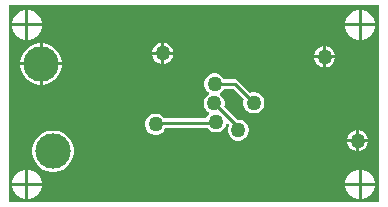
<source format=gbl>
G04*
G04 #@! TF.GenerationSoftware,Altium Limited,Altium Designer,21.5.1 (32)*
G04*
G04 Layer_Physical_Order=2*
G04 Layer_Color=16711680*
%FSLAX25Y25*%
%MOIN*%
G70*
G04*
G04 #@! TF.SameCoordinates,27B40785-D3C1-427D-BBF8-63A11A4F9794*
G04*
G04*
G04 #@! TF.FilePolarity,Positive*
G04*
G01*
G75*
%ADD14C,0.01000*%
%ADD28C,0.11811*%
%ADD29C,0.05000*%
G36*
X228346Y112205D02*
X105118D01*
Y177953D01*
X228346D01*
Y112205D01*
D02*
G37*
%LPC*%
G36*
X222697Y176197D02*
X222547D01*
Y171760D01*
X226984D01*
Y171910D01*
X226648Y173166D01*
X225998Y174291D01*
X225079Y175210D01*
X223953Y175860D01*
X222697Y176197D01*
D02*
G37*
G36*
X221547D02*
X221397D01*
X220142Y175860D01*
X219016Y175210D01*
X218097Y174291D01*
X217447Y173166D01*
X217110Y171910D01*
Y171760D01*
X221547D01*
Y176197D01*
D02*
G37*
G36*
X111674D02*
X111524D01*
Y171760D01*
X115961D01*
Y171910D01*
X115624Y173166D01*
X114974Y174291D01*
X114055Y175210D01*
X112929Y175860D01*
X111674Y176197D01*
D02*
G37*
G36*
X110524D02*
X110374D01*
X109118Y175860D01*
X107992Y175210D01*
X107073Y174291D01*
X106423Y173166D01*
X106087Y171910D01*
Y171760D01*
X110524D01*
Y176197D01*
D02*
G37*
G36*
X226984Y170760D02*
X222547D01*
Y166323D01*
X222697D01*
X223953Y166659D01*
X225079Y167309D01*
X225998Y168228D01*
X226648Y169354D01*
X226984Y170610D01*
Y170760D01*
D02*
G37*
G36*
X221547D02*
X217110D01*
Y170610D01*
X217447Y169354D01*
X218097Y168228D01*
X219016Y167309D01*
X220142Y166659D01*
X221397Y166323D01*
X221547D01*
Y170760D01*
D02*
G37*
G36*
X115961D02*
X111524D01*
Y166323D01*
X111674D01*
X112929Y166659D01*
X114055Y167309D01*
X114974Y168228D01*
X115624Y169354D01*
X115961Y170610D01*
Y170760D01*
D02*
G37*
G36*
X110524D02*
X106087D01*
Y170610D01*
X106423Y169354D01*
X107073Y168228D01*
X107992Y167309D01*
X109118Y166659D01*
X110374Y166323D01*
X110524D01*
Y170760D01*
D02*
G37*
G36*
X156799Y165301D02*
Y162311D01*
X159789D01*
X159561Y163162D01*
X159100Y163960D01*
X158448Y164612D01*
X157650Y165073D01*
X156799Y165301D01*
D02*
G37*
G36*
X155799D02*
X154948Y165073D01*
X154150Y164612D01*
X153498Y163960D01*
X153038Y163162D01*
X152810Y162311D01*
X155799D01*
Y165301D01*
D02*
G37*
G36*
X210736Y164119D02*
Y161130D01*
X213726D01*
X213498Y161981D01*
X213037Y162779D01*
X212385Y163431D01*
X211587Y163891D01*
X210736Y164119D01*
D02*
G37*
G36*
X209736D02*
X208885Y163891D01*
X208087Y163431D01*
X207435Y162779D01*
X206975Y161981D01*
X206747Y161130D01*
X209736D01*
Y164119D01*
D02*
G37*
G36*
X116428Y165173D02*
X116248D01*
Y158768D01*
X122653D01*
Y158948D01*
X122388Y160282D01*
X121868Y161539D01*
X121112Y162670D01*
X120150Y163632D01*
X119019Y164387D01*
X117762Y164908D01*
X116428Y165173D01*
D02*
G37*
G36*
X115248D02*
X115068D01*
X113734Y164908D01*
X112477Y164387D01*
X111346Y163632D01*
X110384Y162670D01*
X109628Y161539D01*
X109108Y160282D01*
X108843Y158948D01*
Y158768D01*
X115248D01*
Y165173D01*
D02*
G37*
G36*
X159789Y161311D02*
X156799D01*
Y158321D01*
X157650Y158549D01*
X158448Y159010D01*
X159100Y159662D01*
X159561Y160460D01*
X159789Y161311D01*
D02*
G37*
G36*
X155799D02*
X152810D01*
X153038Y160460D01*
X153498Y159662D01*
X154150Y159010D01*
X154948Y158549D01*
X155799Y158321D01*
Y161311D01*
D02*
G37*
G36*
X213726Y160130D02*
X210736D01*
Y157140D01*
X211587Y157368D01*
X212385Y157829D01*
X213037Y158481D01*
X213498Y159279D01*
X213726Y160130D01*
D02*
G37*
G36*
X209736D02*
X206747D01*
X206975Y159279D01*
X207435Y158481D01*
X208087Y157829D01*
X208885Y157368D01*
X209736Y157140D01*
Y160130D01*
D02*
G37*
G36*
X122653Y157768D02*
X116248D01*
Y151362D01*
X116428D01*
X117762Y151628D01*
X119019Y152148D01*
X120150Y152904D01*
X121112Y153866D01*
X121868Y154997D01*
X122388Y156254D01*
X122653Y157588D01*
Y157768D01*
D02*
G37*
G36*
X115248D02*
X108843D01*
Y157588D01*
X109108Y156254D01*
X109628Y154997D01*
X110384Y153866D01*
X111346Y152904D01*
X112477Y152148D01*
X113734Y151628D01*
X115068Y151362D01*
X115248D01*
Y157768D01*
D02*
G37*
G36*
X174083Y155075D02*
X173161D01*
X172271Y154836D01*
X171473Y154376D01*
X170821Y153724D01*
X170361Y152926D01*
X170122Y152036D01*
Y151114D01*
X170361Y150224D01*
X170821Y149426D01*
X171473Y148774D01*
X171541Y148735D01*
Y148158D01*
X171230Y147979D01*
X170579Y147327D01*
X170118Y146529D01*
X169879Y145639D01*
Y144717D01*
X170118Y143827D01*
X170579Y143029D01*
X171230Y142377D01*
X171587Y142171D01*
X171598Y142156D01*
X171648Y141559D01*
X171215Y141125D01*
X170754Y140327D01*
X170697Y140112D01*
X156868D01*
X156738Y140338D01*
X156086Y140990D01*
X155288Y141451D01*
X154398Y141689D01*
X153476D01*
X152586Y141451D01*
X151788Y140990D01*
X151136Y140338D01*
X150675Y139540D01*
X150437Y138650D01*
Y137728D01*
X150675Y136838D01*
X151136Y136040D01*
X151788Y135388D01*
X152586Y134927D01*
X153476Y134689D01*
X154398D01*
X155288Y134927D01*
X156086Y135388D01*
X156738Y136040D01*
X157199Y136838D01*
X157256Y137053D01*
X171085D01*
X171215Y136827D01*
X171867Y136176D01*
X172665Y135715D01*
X173555Y135476D01*
X174477D01*
X175367Y135715D01*
X176165Y136176D01*
X176816Y136827D01*
X177277Y137625D01*
X177462Y138317D01*
X177983Y138503D01*
X178483Y138003D01*
X178235Y137571D01*
X177996Y136681D01*
Y135760D01*
X178235Y134870D01*
X178695Y134071D01*
X179347Y133420D01*
X180145Y132959D01*
X181035Y132720D01*
X181957D01*
X182847Y132959D01*
X183645Y133420D01*
X184297Y134071D01*
X184757Y134870D01*
X184996Y135760D01*
Y136681D01*
X184757Y137571D01*
X184297Y138370D01*
X183645Y139021D01*
X182847Y139482D01*
X181957Y139720D01*
X181091D01*
X176714Y144098D01*
X176879Y144717D01*
Y145639D01*
X176641Y146529D01*
X176180Y147327D01*
X175528Y147979D01*
X175461Y148018D01*
Y148595D01*
X175771Y148774D01*
X176423Y149426D01*
X176780Y150045D01*
X179682D01*
X183299Y146428D01*
X183114Y145736D01*
Y144815D01*
X183353Y143925D01*
X183814Y143126D01*
X184465Y142475D01*
X185263Y142014D01*
X186153Y141776D01*
X187075D01*
X187965Y142014D01*
X188763Y142475D01*
X189415Y143126D01*
X189876Y143925D01*
X190114Y144815D01*
Y145736D01*
X189876Y146626D01*
X189415Y147425D01*
X188763Y148076D01*
X187965Y148537D01*
X187075Y148776D01*
X186153D01*
X185462Y148590D01*
X181396Y152656D01*
X180900Y152988D01*
X180315Y153104D01*
X176780D01*
X176423Y153724D01*
X175771Y154376D01*
X174973Y154836D01*
X174083Y155075D01*
D02*
G37*
G36*
X221760Y136167D02*
Y133177D01*
X224749D01*
X224521Y134028D01*
X224061Y134826D01*
X223409Y135478D01*
X222611Y135939D01*
X221760Y136167D01*
D02*
G37*
G36*
X220760D02*
X219909Y135939D01*
X219111Y135478D01*
X218459Y134826D01*
X217998Y134028D01*
X217770Y133177D01*
X220760D01*
Y136167D01*
D02*
G37*
G36*
X224749Y132177D02*
X221760D01*
Y129188D01*
X222611Y129416D01*
X223409Y129876D01*
X224061Y130528D01*
X224521Y131326D01*
X224749Y132177D01*
D02*
G37*
G36*
X220760D02*
X217770D01*
X217998Y131326D01*
X218459Y130528D01*
X219111Y129876D01*
X219909Y129416D01*
X220760Y129188D01*
Y132177D01*
D02*
G37*
G36*
X120365Y136039D02*
X119005D01*
X117671Y135774D01*
X116414Y135253D01*
X115283Y134498D01*
X114321Y133536D01*
X113566Y132405D01*
X113045Y131148D01*
X112779Y129814D01*
Y128454D01*
X113045Y127120D01*
X113566Y125863D01*
X114321Y124732D01*
X115283Y123770D01*
X116414Y123014D01*
X117671Y122494D01*
X119005Y122228D01*
X120365D01*
X121699Y122494D01*
X122956Y123014D01*
X124087Y123770D01*
X125049Y124732D01*
X125805Y125863D01*
X126325Y127120D01*
X126591Y128454D01*
Y129814D01*
X126325Y131148D01*
X125805Y132405D01*
X125049Y133536D01*
X124087Y134498D01*
X122956Y135253D01*
X121699Y135774D01*
X120365Y136039D01*
D02*
G37*
G36*
X222697Y123047D02*
X222547D01*
Y118610D01*
X226984D01*
Y118760D01*
X226648Y120016D01*
X225998Y121142D01*
X225079Y122061D01*
X223953Y122711D01*
X222697Y123047D01*
D02*
G37*
G36*
X221547D02*
X221397D01*
X220142Y122711D01*
X219016Y122061D01*
X218097Y121142D01*
X217447Y120016D01*
X217110Y118760D01*
Y118610D01*
X221547D01*
Y123047D01*
D02*
G37*
G36*
X111674D02*
X111524D01*
Y118610D01*
X115961D01*
Y118760D01*
X115624Y120016D01*
X114974Y121142D01*
X114055Y122061D01*
X112929Y122711D01*
X111674Y123047D01*
D02*
G37*
G36*
X110524D02*
X110374D01*
X109118Y122711D01*
X107992Y122061D01*
X107073Y121142D01*
X106423Y120016D01*
X106087Y118760D01*
Y118610D01*
X110524D01*
Y123047D01*
D02*
G37*
G36*
X226984Y117610D02*
X222547D01*
Y113173D01*
X222697D01*
X223953Y113510D01*
X225079Y114160D01*
X225998Y115079D01*
X226648Y116205D01*
X226984Y117460D01*
Y117610D01*
D02*
G37*
G36*
X221547D02*
X217110D01*
Y117460D01*
X217447Y116205D01*
X218097Y115079D01*
X219016Y114160D01*
X220142Y113510D01*
X221397Y113173D01*
X221547D01*
Y117610D01*
D02*
G37*
G36*
X115961D02*
X111524D01*
Y113173D01*
X111674D01*
X112929Y113510D01*
X114055Y114160D01*
X114974Y115079D01*
X115624Y116205D01*
X115961Y117460D01*
Y117610D01*
D02*
G37*
G36*
X110524D02*
X106087D01*
Y117460D01*
X106423Y116205D01*
X107073Y115079D01*
X107992Y114160D01*
X109118Y113510D01*
X110374Y113173D01*
X110524D01*
Y117610D01*
D02*
G37*
%LPD*%
D14*
X154331Y138583D02*
X173622D01*
X173379Y145178D02*
X173471D01*
X173622Y138583D02*
X174016Y138976D01*
X181496Y136221D02*
Y137153D01*
X173471Y145178D02*
X181496Y137153D01*
X153937Y138189D02*
X154331Y138583D01*
X173622Y151575D02*
X180315D01*
X186614Y145276D01*
D28*
X119685Y129134D02*
D03*
X115748Y158268D02*
D03*
D29*
X221260Y132677D02*
D03*
X210236Y160630D02*
D03*
X156299Y161811D02*
D03*
X174016Y138976D02*
D03*
X153937Y138189D02*
D03*
X173379Y145178D02*
D03*
X173622Y151575D02*
D03*
X186614Y145276D02*
D03*
X181496Y136221D02*
D03*
M02*

</source>
